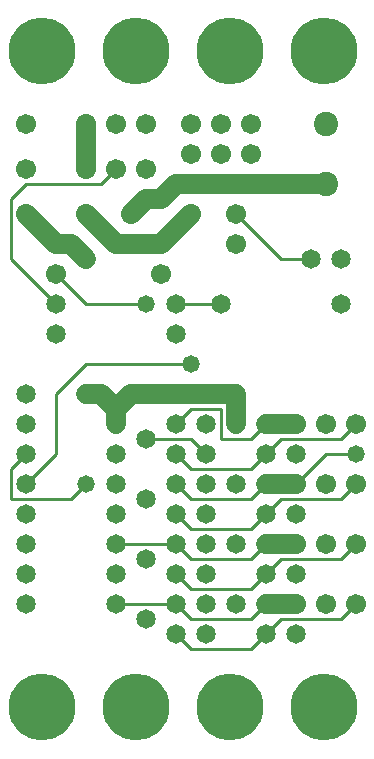
<source format=gbl>
%MOIN*%
%FSLAX25Y25*%
G04 D10 used for Character Trace; *
G04     Circle (OD=.01000) (No hole)*
G04 D11 used for Power Trace; *
G04     Circle (OD=.06700) (No hole)*
G04 D12 used for Signal Trace; *
G04     Circle (OD=.01100) (No hole)*
G04 D13 used for Via; *
G04     Circle (OD=.05800) (Round. Hole ID=.02800)*
G04 D14 used for Component hole; *
G04     Circle (OD=.06500) (Round. Hole ID=.03500)*
G04 D15 used for Component hole; *
G04     Circle (OD=.06700) (Round. Hole ID=.04300)*
G04 D16 used for Component hole; *
G04     Circle (OD=.08100) (Round. Hole ID=.05100)*
G04 D17 used for Component hole; *
G04     Circle (OD=.08900) (Round. Hole ID=.05900)*
G04 D18 used for Component hole; *
G04     Circle (OD=.11300) (Round. Hole ID=.08300)*
G04 D19 used for Component hole; *
G04     Circle (OD=.16000) (Round. Hole ID=.13000)*
G04 D20 used for Component hole; *
G04     Circle (OD=.18300) (Round. Hole ID=.15300)*
G04 D21 used for Component hole; *
G04     Circle (OD=.22291) (Round. Hole ID=.19291)*
%ADD10C,.01000*%
%ADD11C,.06700*%
%ADD12C,.01100*%
%ADD13C,.05800*%
%ADD14C,.06500*%
%ADD15C,.06700*%
%ADD16C,.08100*%
%ADD17C,.08900*%
%ADD18C,.11300*%
%ADD19C,.16000*%
%ADD20C,.18300*%
%ADD21C,.22291*%
%IPPOS*%
%LPD*%
G90*X0Y0D02*D21*X15625Y15625D03*X46875D03*D14*    
X40000Y50000D03*D12*X60000D01*D14*D03*D12*        
X65000Y45000D01*X85000D01*X90000Y50000D01*D14*D03*
D11*X100000D01*D15*D03*D12*X90000Y40000D02*       
X95000Y45000D01*D14*X90000Y40000D03*D12*          
X85000Y35000D01*X65000D01*X60000Y40000D01*D14*D03*
X70000Y50000D03*X50000Y45000D03*X70000Y40000D03*  
D12*X65000Y55000D02*X85000D01*X90000Y60000D01*D14*
D03*D12*X95000Y65000D01*X115000D01*               
X120000Y70000D01*D15*D03*X110000D03*D12*          
X95000Y85000D02*X115000D01*X90000Y80000D02*       
X95000Y85000D01*D14*X90000Y80000D03*D12*          
X85000Y75000D01*X65000D01*X60000Y80000D01*D14*D03*
D12*X65000Y85000D02*X85000D01*X90000Y90000D01*D14*
D03*D11*X100000D01*D15*D03*D12*X110000Y100000D01* 
X120000D01*D13*D03*D12*X95000Y105000D02*          
X115000D01*X90000Y100000D02*X95000Y105000D01*D14* 
X90000Y100000D03*D12*X85000Y95000D01*X65000D01*   
X60000Y100000D01*D14*D03*D12*X70000D02*           
X65000Y105000D01*D14*X70000Y100000D03*D12*        
X75000Y105000D02*X85000D01*X90000Y110000D01*D14*  
D03*D11*X100000D01*D15*D03*X110000D03*D14*        
X100000Y100000D03*D12*X115000Y105000D02*          
X120000Y110000D01*D15*D03*X110000Y90000D03*       
X120000D03*D12*X115000Y85000D01*D15*              
X100000Y70000D03*D11*X90000D01*D14*D03*D12*       
X85000Y65000D01*X65000D01*X60000Y70000D01*D14*D03*
D12*X40000D01*D14*D03*X50000Y65000D03*            
X40000Y80000D03*Y60000D03*D12*X5000Y85000D02*     
X25000D01*X5000D02*Y95000D01*X10000Y100000D01*D14*
D03*D12*Y90000D02*X20000Y100000D01*D14*           
X10000Y90000D03*D12*X20000Y100000D02*Y120000D01*  
X30000Y130000D01*X65000D01*D13*D03*D14*           
X60000Y140000D03*D11*X80000Y110000D02*Y120000D01* 
D14*Y110000D03*D12*X75000Y105000D02*Y115000D01*   
D14*X70000Y110000D03*D12*X60000D02*               
X65000Y115000D01*D14*X60000Y110000D03*D12*        
X50000Y105000D02*X65000D01*D14*X50000D03*D11*     
X40000Y110000D02*Y115000D01*D14*Y110000D03*D11*   
Y115000D02*X45000Y120000D01*X80000D01*D12*        
X65000Y115000D02*X75000D01*D14*X40000Y90000D03*   
X60000D03*D12*X65000Y85000D01*D14*X70000Y80000D03*
Y90000D03*X80000Y70000D03*X50000Y85000D03*        
X80000Y90000D03*X70000Y70000D03*X40000Y100000D03* 
X60000Y60000D03*D12*X65000Y55000D01*D14*          
X70000Y60000D03*X80000Y50000D03*D12*              
X95000Y45000D02*X115000D01*X120000Y50000D01*D15*  
D03*X110000D03*D14*X100000Y60000D03*Y40000D03*    
Y80000D03*D21*X109375Y15625D03*X78125D03*D11*     
X40000Y115000D02*X35000Y120000D01*X30000D01*D14*  
D03*X10000D03*X20000Y140000D03*X10000Y110000D03*  
X60000Y150000D03*D12*X75000D01*D14*D03*D11*       
X40000Y170000D02*X55000D01*X40000D02*             
X30000Y180000D01*D15*D03*D11*X20000Y170000D02*    
X25000D01*X30000Y165000D01*D13*D03*D11*           
X20000Y170000D02*X10000Y180000D01*D15*D03*D12*    
X5000Y165000D02*Y185000D01*X20000Y150000D02*      
X5000Y165000D01*D14*X20000Y150000D03*D12*         
X30000D02*X50000D01*D13*D03*D15*X55000Y160000D03* 
D11*Y170000D02*X65000Y180000D01*D15*D03*D11*      
X50000Y185000D02*X55000D01*X45000Y180000D02*      
X50000Y185000D01*D15*X45000Y180000D03*D12*        
X10000Y190000D02*X35000D01*X5000Y185000D02*       
X10000Y190000D01*D15*Y195000D03*X30000Y210000D03* 
D11*Y195000D01*D15*D03*D12*X35000Y190000D02*      
X40000Y195000D01*D15*D03*X50000D03*D11*           
X55000Y185000D02*X60000Y190000D01*X80000D01*D15*  
D03*D11*X110000D01*D16*D03*Y210000D03*D15*        
X85000D03*D12*X95000Y165000D02*X105000D01*D14*D03*
X115000D03*D12*X95000D02*X80000Y180000D01*D15*D03*
Y170000D03*X85000Y200000D03*X75000D03*X65000D03*  
X50000Y210000D03*X75000D03*X65000D03*D14*         
X115000Y150000D03*D15*X40000Y210000D03*D12*       
X30000Y150000D02*X20000Y160000D01*D15*D03*        
X10000Y210000D03*D13*X30000Y90000D03*D12*         
X25000Y85000D01*D14*X10000Y70000D03*Y80000D03*    
Y60000D03*Y50000D03*D21*X109375Y234375D03*        
X78125D03*X46875D03*X15625D03*M02*                

</source>
